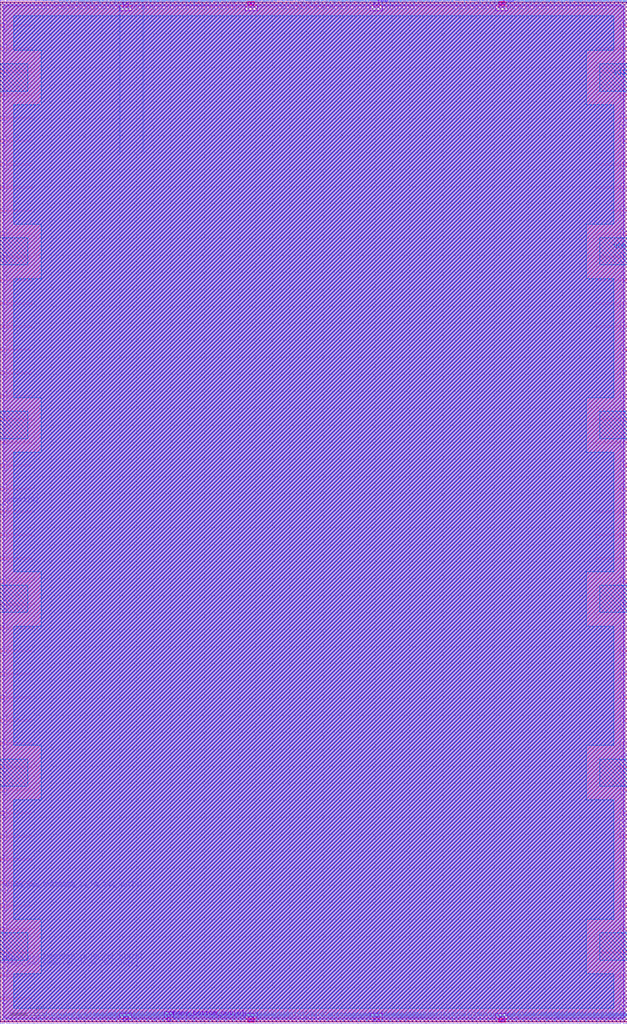
<source format=lef>
VERSION 5.7 ;
BUSBITCHARS "[]" ;

UNITS
  DATABASE MICRONS 1000 ;
END UNITS

MANUFACTURINGGRID 0.005 ;

LAYER li1
  TYPE ROUTING ;
  DIRECTION VERTICAL ;
  PITCH 0.46 ;
  WIDTH 0.17 ;
END li1

LAYER mcon
  TYPE CUT ;
END mcon

LAYER met1
  TYPE ROUTING ;
  DIRECTION HORIZONTAL ;
  PITCH 0.34 ;
  WIDTH 0.14 ;
END met1

LAYER via
  TYPE CUT ;
END via

LAYER met2
  TYPE ROUTING ;
  DIRECTION VERTICAL ;
  PITCH 0.46 ;
  WIDTH 0.14 ;
END met2

LAYER via2
  TYPE CUT ;
END via2

LAYER met3
  TYPE ROUTING ;
  DIRECTION HORIZONTAL ;
  PITCH 0.68 ;
  WIDTH 0.3 ;
END met3

LAYER via3
  TYPE CUT ;
END via3

LAYER met4
  TYPE ROUTING ;
  DIRECTION VERTICAL ;
  PITCH 0.92 ;
  WIDTH 0.3 ;
END met4

LAYER via4
  TYPE CUT ;
END via4

LAYER met5
  TYPE ROUTING ;
  DIRECTION HORIZONTAL ;
  PITCH 3.4 ;
  WIDTH 1.6 ;
END met5

LAYER nwell
  TYPE MASTERSLICE ;
END nwell

LAYER pwell
  TYPE MASTERSLICE ;
END pwell

LAYER OVERLAP
  TYPE OVERLAP ;
END OVERLAP

VIA L1M1_PR
  LAYER li1 ;
    RECT -0.085 -0.085 0.085 0.085 ;
  LAYER mcon ;
    RECT -0.085 -0.085 0.085 0.085 ;
  LAYER met1 ;
    RECT -0.145 -0.115 0.145 0.115 ;
END L1M1_PR

VIA L1M1_PR_R
  LAYER li1 ;
    RECT -0.085 -0.085 0.085 0.085 ;
  LAYER mcon ;
    RECT -0.085 -0.085 0.085 0.085 ;
  LAYER met1 ;
    RECT -0.115 -0.145 0.115 0.145 ;
END L1M1_PR_R

VIA L1M1_PR_M
  LAYER li1 ;
    RECT -0.085 -0.085 0.085 0.085 ;
  LAYER mcon ;
    RECT -0.085 -0.085 0.085 0.085 ;
  LAYER met1 ;
    RECT -0.115 -0.145 0.115 0.145 ;
END L1M1_PR_M

VIA L1M1_PR_MR
  LAYER li1 ;
    RECT -0.085 -0.085 0.085 0.085 ;
  LAYER mcon ;
    RECT -0.085 -0.085 0.085 0.085 ;
  LAYER met1 ;
    RECT -0.145 -0.115 0.145 0.115 ;
END L1M1_PR_MR

VIA L1M1_PR_C
  LAYER li1 ;
    RECT -0.085 -0.085 0.085 0.085 ;
  LAYER mcon ;
    RECT -0.085 -0.085 0.085 0.085 ;
  LAYER met1 ;
    RECT -0.145 -0.145 0.145 0.145 ;
END L1M1_PR_C

VIA M1M2_PR
  LAYER met1 ;
    RECT -0.16 -0.13 0.16 0.13 ;
  LAYER via ;
    RECT -0.075 -0.075 0.075 0.075 ;
  LAYER met2 ;
    RECT -0.13 -0.16 0.13 0.16 ;
END M1M2_PR

VIA M1M2_PR_Enc
  LAYER met1 ;
    RECT -0.16 -0.13 0.16 0.13 ;
  LAYER via ;
    RECT -0.075 -0.075 0.075 0.075 ;
  LAYER met2 ;
    RECT -0.16 -0.13 0.16 0.13 ;
END M1M2_PR_Enc

VIA M1M2_PR_R
  LAYER met1 ;
    RECT -0.13 -0.16 0.13 0.16 ;
  LAYER via ;
    RECT -0.075 -0.075 0.075 0.075 ;
  LAYER met2 ;
    RECT -0.16 -0.13 0.16 0.13 ;
END M1M2_PR_R

VIA M1M2_PR_R_Enc
  LAYER met1 ;
    RECT -0.13 -0.16 0.13 0.16 ;
  LAYER via ;
    RECT -0.075 -0.075 0.075 0.075 ;
  LAYER met2 ;
    RECT -0.13 -0.16 0.13 0.16 ;
END M1M2_PR_R_Enc

VIA M1M2_PR_M
  LAYER met1 ;
    RECT -0.16 -0.13 0.16 0.13 ;
  LAYER via ;
    RECT -0.075 -0.075 0.075 0.075 ;
  LAYER met2 ;
    RECT -0.16 -0.13 0.16 0.13 ;
END M1M2_PR_M

VIA M1M2_PR_M_Enc
  LAYER met1 ;
    RECT -0.16 -0.13 0.16 0.13 ;
  LAYER via ;
    RECT -0.075 -0.075 0.075 0.075 ;
  LAYER met2 ;
    RECT -0.13 -0.16 0.13 0.16 ;
END M1M2_PR_M_Enc

VIA M1M2_PR_MR
  LAYER met1 ;
    RECT -0.13 -0.16 0.13 0.16 ;
  LAYER via ;
    RECT -0.075 -0.075 0.075 0.075 ;
  LAYER met2 ;
    RECT -0.13 -0.16 0.13 0.16 ;
END M1M2_PR_MR

VIA M1M2_PR_MR_Enc
  LAYER met1 ;
    RECT -0.13 -0.16 0.13 0.16 ;
  LAYER via ;
    RECT -0.075 -0.075 0.075 0.075 ;
  LAYER met2 ;
    RECT -0.16 -0.13 0.16 0.13 ;
END M1M2_PR_MR_Enc

VIA M1M2_PR_C
  LAYER met1 ;
    RECT -0.16 -0.16 0.16 0.16 ;
  LAYER via ;
    RECT -0.075 -0.075 0.075 0.075 ;
  LAYER met2 ;
    RECT -0.16 -0.16 0.16 0.16 ;
END M1M2_PR_C

VIA M2M3_PR
  LAYER met2 ;
    RECT -0.14 -0.185 0.14 0.185 ;
  LAYER via2 ;
    RECT -0.1 -0.1 0.1 0.1 ;
  LAYER met3 ;
    RECT -0.165 -0.165 0.165 0.165 ;
END M2M3_PR

VIA M2M3_PR_R
  LAYER met2 ;
    RECT -0.185 -0.14 0.185 0.14 ;
  LAYER via2 ;
    RECT -0.1 -0.1 0.1 0.1 ;
  LAYER met3 ;
    RECT -0.165 -0.165 0.165 0.165 ;
END M2M3_PR_R

VIA M2M3_PR_M
  LAYER met2 ;
    RECT -0.14 -0.185 0.14 0.185 ;
  LAYER via2 ;
    RECT -0.1 -0.1 0.1 0.1 ;
  LAYER met3 ;
    RECT -0.165 -0.165 0.165 0.165 ;
END M2M3_PR_M

VIA M2M3_PR_MR
  LAYER met2 ;
    RECT -0.185 -0.14 0.185 0.14 ;
  LAYER via2 ;
    RECT -0.1 -0.1 0.1 0.1 ;
  LAYER met3 ;
    RECT -0.165 -0.165 0.165 0.165 ;
END M2M3_PR_MR

VIA M2M3_PR_C
  LAYER met2 ;
    RECT -0.185 -0.185 0.185 0.185 ;
  LAYER via2 ;
    RECT -0.1 -0.1 0.1 0.1 ;
  LAYER met3 ;
    RECT -0.165 -0.165 0.165 0.165 ;
END M2M3_PR_C

VIA M3M4_PR
  LAYER met3 ;
    RECT -0.19 -0.16 0.19 0.16 ;
  LAYER via3 ;
    RECT -0.1 -0.1 0.1 0.1 ;
  LAYER met4 ;
    RECT -0.165 -0.165 0.165 0.165 ;
END M3M4_PR

VIA M3M4_PR_R
  LAYER met3 ;
    RECT -0.16 -0.19 0.16 0.19 ;
  LAYER via3 ;
    RECT -0.1 -0.1 0.1 0.1 ;
  LAYER met4 ;
    RECT -0.165 -0.165 0.165 0.165 ;
END M3M4_PR_R

VIA M3M4_PR_M
  LAYER met3 ;
    RECT -0.19 -0.16 0.19 0.16 ;
  LAYER via3 ;
    RECT -0.1 -0.1 0.1 0.1 ;
  LAYER met4 ;
    RECT -0.165 -0.165 0.165 0.165 ;
END M3M4_PR_M

VIA M3M4_PR_MR
  LAYER met3 ;
    RECT -0.16 -0.19 0.16 0.19 ;
  LAYER via3 ;
    RECT -0.1 -0.1 0.1 0.1 ;
  LAYER met4 ;
    RECT -0.165 -0.165 0.165 0.165 ;
END M3M4_PR_MR

VIA M3M4_PR_C
  LAYER met3 ;
    RECT -0.19 -0.19 0.19 0.19 ;
  LAYER via3 ;
    RECT -0.1 -0.1 0.1 0.1 ;
  LAYER met4 ;
    RECT -0.165 -0.165 0.165 0.165 ;
END M3M4_PR_C

VIA M4M5_PR
  LAYER met4 ;
    RECT -0.59 -0.59 0.59 0.59 ;
  LAYER via4 ;
    RECT -0.4 -0.4 0.4 0.4 ;
  LAYER met5 ;
    RECT -0.71 -0.71 0.71 0.71 ;
END M4M5_PR

VIA M4M5_PR_R
  LAYER met4 ;
    RECT -0.59 -0.59 0.59 0.59 ;
  LAYER via4 ;
    RECT -0.4 -0.4 0.4 0.4 ;
  LAYER met5 ;
    RECT -0.71 -0.71 0.71 0.71 ;
END M4M5_PR_R

VIA M4M5_PR_M
  LAYER met4 ;
    RECT -0.59 -0.59 0.59 0.59 ;
  LAYER via4 ;
    RECT -0.4 -0.4 0.4 0.4 ;
  LAYER met5 ;
    RECT -0.71 -0.71 0.71 0.71 ;
END M4M5_PR_M

VIA M4M5_PR_MR
  LAYER met4 ;
    RECT -0.59 -0.59 0.59 0.59 ;
  LAYER via4 ;
    RECT -0.4 -0.4 0.4 0.4 ;
  LAYER met5 ;
    RECT -0.71 -0.71 0.71 0.71 ;
END M4M5_PR_MR

VIA M4M5_PR_C
  LAYER met4 ;
    RECT -0.59 -0.59 0.59 0.59 ;
  LAYER via4 ;
    RECT -0.4 -0.4 0.4 0.4 ;
  LAYER met5 ;
    RECT -0.71 -0.71 0.71 0.71 ;
END M4M5_PR_C

SITE unit
  CLASS CORE ;
  SYMMETRY Y ;
  SIZE 0.46 BY 2.72 ;
END unit

SITE unithddbl
  CLASS CORE ;
  SIZE 0.46 BY 5.44 ;
END unithddbl

MACRO cby_0__1_
  CLASS BLOCK ;
  ORIGIN 0 0 ;
  SIZE 73.6 BY 119.68 ;
  SYMMETRY X Y ;
  PIN pReset[0]
    DIRECTION INPUT ;
    USE SIGNAL ;
    PORT
      LAYER met1 ;
        RECT 0 60.62 0.595 60.76 ;
    END
  END pReset[0]
  PIN chany_bottom_in[0]
    DIRECTION INPUT ;
    USE SIGNAL ;
    PORT
      LAYER met2 ;
        RECT 15.34 0 15.48 0.485 ;
    END
  END chany_bottom_in[0]
  PIN chany_bottom_in[1]
    DIRECTION INPUT ;
    USE SIGNAL ;
    PORT
      LAYER met2 ;
        RECT 62.26 0 62.4 0.485 ;
    END
  END chany_bottom_in[1]
  PIN chany_bottom_in[2]
    DIRECTION INPUT ;
    USE SIGNAL ;
    PORT
      LAYER met2 ;
        RECT 16.26 0 16.4 0.485 ;
    END
  END chany_bottom_in[2]
  PIN chany_bottom_in[3]
    DIRECTION INPUT ;
    USE SIGNAL ;
    PORT
      LAYER met2 ;
        RECT 7.06 0 7.2 0.485 ;
    END
  END chany_bottom_in[3]
  PIN chany_bottom_in[4]
    DIRECTION INPUT ;
    USE SIGNAL ;
    PORT
      LAYER met2 ;
        RECT 46.62 0 46.76 0.485 ;
    END
  END chany_bottom_in[4]
  PIN chany_bottom_in[5]
    DIRECTION INPUT ;
    USE SIGNAL ;
    PORT
      LAYER met2 ;
        RECT 23.62 0 23.76 0.485 ;
    END
  END chany_bottom_in[5]
  PIN chany_bottom_in[6]
    DIRECTION INPUT ;
    USE SIGNAL ;
    PORT
      LAYER met2 ;
        RECT 8.9 0 9.04 0.485 ;
    END
  END chany_bottom_in[6]
  PIN chany_bottom_in[7]
    DIRECTION INPUT ;
    USE SIGNAL ;
    PORT
      LAYER met2 ;
        RECT 37.42 0 37.56 0.485 ;
    END
  END chany_bottom_in[7]
  PIN chany_bottom_in[8]
    DIRECTION INPUT ;
    USE SIGNAL ;
    PORT
      LAYER met2 ;
        RECT 63.18 0 63.32 0.485 ;
    END
  END chany_bottom_in[8]
  PIN chany_bottom_in[9]
    DIRECTION INPUT ;
    USE SIGNAL ;
    PORT
      LAYER met2 ;
        RECT 17.18 0 17.32 0.485 ;
    END
  END chany_bottom_in[9]
  PIN chany_bottom_in[10]
    DIRECTION INPUT ;
    USE SIGNAL ;
    PORT
      LAYER met2 ;
        RECT 45.7 0 45.84 0.485 ;
    END
  END chany_bottom_in[10]
  PIN chany_bottom_in[11]
    DIRECTION INPUT ;
    USE SIGNAL ;
    PORT
      LAYER met2 ;
        RECT 22.7 0 22.84 0.485 ;
    END
  END chany_bottom_in[11]
  PIN chany_bottom_in[12]
    DIRECTION INPUT ;
    USE SIGNAL ;
    PORT
      LAYER met2 ;
        RECT 26.38 0 26.52 0.485 ;
    END
  END chany_bottom_in[12]
  PIN chany_bottom_in[13]
    DIRECTION INPUT ;
    USE SIGNAL ;
    PORT
      LAYER met2 ;
        RECT 18.1 0 18.24 0.485 ;
    END
  END chany_bottom_in[13]
  PIN chany_bottom_in[14]
    DIRECTION INPUT ;
    USE SIGNAL ;
    PORT
      LAYER met2 ;
        RECT 67.78 0 67.92 0.485 ;
    END
  END chany_bottom_in[14]
  PIN chany_bottom_in[15]
    DIRECTION INPUT ;
    USE SIGNAL ;
    PORT
      LAYER met2 ;
        RECT 38.34 0 38.48 0.485 ;
    END
  END chany_bottom_in[15]
  PIN chany_bottom_in[16]
    DIRECTION INPUT ;
    USE SIGNAL ;
    PORT
      LAYER met2 ;
        RECT 44.78 0 44.92 0.485 ;
    END
  END chany_bottom_in[16]
  PIN chany_bottom_in[17]
    DIRECTION INPUT ;
    USE SIGNAL ;
    PORT
      LAYER met2 ;
        RECT 21.78 0 21.92 0.485 ;
    END
  END chany_bottom_in[17]
  PIN chany_bottom_in[18]
    DIRECTION INPUT ;
    USE SIGNAL ;
    PORT
      LAYER met2 ;
        RECT 4.76 0 4.9 0.485 ;
    END
  END chany_bottom_in[18]
  PIN chany_bottom_in[19]
    DIRECTION INPUT ;
    USE SIGNAL ;
    PORT
      LAYER met2 ;
        RECT 39.26 0 39.4 0.485 ;
    END
  END chany_bottom_in[19]
  PIN chany_bottom_in[20]
    DIRECTION INPUT ;
    USE SIGNAL ;
    PORT
      LAYER met2 ;
        RECT 43.86 0 44 0.485 ;
    END
  END chany_bottom_in[20]
  PIN chany_bottom_in[21]
    DIRECTION INPUT ;
    USE SIGNAL ;
    PORT
      LAYER met2 ;
        RECT 19.02 0 19.16 0.485 ;
    END
  END chany_bottom_in[21]
  PIN chany_bottom_in[22]
    DIRECTION INPUT ;
    USE SIGNAL ;
    PORT
      LAYER met2 ;
        RECT 6.14 0 6.28 0.485 ;
    END
  END chany_bottom_in[22]
  PIN chany_bottom_in[23]
    DIRECTION INPUT ;
    USE SIGNAL ;
    PORT
      LAYER met2 ;
        RECT 40.18 0 40.32 0.485 ;
    END
  END chany_bottom_in[23]
  PIN chany_bottom_in[24]
    DIRECTION INPUT ;
    USE SIGNAL ;
    PORT
      LAYER met2 ;
        RECT 28.22 0 28.36 0.485 ;
    END
  END chany_bottom_in[24]
  PIN chany_bottom_in[25]
    DIRECTION INPUT ;
    USE SIGNAL ;
    PORT
      LAYER met2 ;
        RECT 42.94 0 43.08 0.485 ;
    END
  END chany_bottom_in[25]
  PIN chany_bottom_in[26]
    DIRECTION INPUT ;
    USE SIGNAL ;
    PORT
      LAYER met2 ;
        RECT 41.1 0 41.24 0.485 ;
    END
  END chany_bottom_in[26]
  PIN chany_bottom_in[27]
    DIRECTION INPUT ;
    USE SIGNAL ;
    PORT
      LAYER met2 ;
        RECT 20.86 0 21 0.485 ;
    END
  END chany_bottom_in[27]
  PIN chany_bottom_in[28]
    DIRECTION INPUT ;
    USE SIGNAL ;
    PORT
      LAYER met2 ;
        RECT 19.94 0 20.08 0.485 ;
    END
  END chany_bottom_in[28]
  PIN chany_bottom_in[29]
    DIRECTION INPUT ;
    USE SIGNAL ;
    PORT
      LAYER met2 ;
        RECT 42.02 0 42.16 0.485 ;
    END
  END chany_bottom_in[29]
  PIN chany_top_in[0]
    DIRECTION INPUT ;
    USE SIGNAL ;
    PORT
      LAYER met2 ;
        RECT 11.66 119.195 11.8 119.68 ;
    END
  END chany_top_in[0]
  PIN chany_top_in[1]
    DIRECTION INPUT ;
    USE SIGNAL ;
    PORT
      LAYER met2 ;
        RECT 64.1 119.195 64.24 119.68 ;
    END
  END chany_top_in[1]
  PIN chany_top_in[2]
    DIRECTION INPUT ;
    USE SIGNAL ;
    PORT
      LAYER met2 ;
        RECT 43.86 119.195 44 119.68 ;
    END
  END chany_top_in[2]
  PIN chany_top_in[3]
    DIRECTION INPUT ;
    USE SIGNAL ;
    PORT
      LAYER met2 ;
        RECT 5.68 119.195 5.82 119.68 ;
    END
  END chany_top_in[3]
  PIN chany_top_in[4]
    DIRECTION INPUT ;
    USE SIGNAL ;
    PORT
      LAYER met2 ;
        RECT 26.38 119.195 26.52 119.68 ;
    END
  END chany_top_in[4]
  PIN chany_top_in[5]
    DIRECTION INPUT ;
    USE SIGNAL ;
    PORT
      LAYER met2 ;
        RECT 40.18 119.195 40.32 119.68 ;
    END
  END chany_top_in[5]
  PIN chany_top_in[6]
    DIRECTION INPUT ;
    USE SIGNAL ;
    PORT
      LAYER met2 ;
        RECT 10.74 119.195 10.88 119.68 ;
    END
  END chany_top_in[6]
  PIN chany_top_in[7]
    DIRECTION INPUT ;
    USE SIGNAL ;
    PORT
      LAYER met2 ;
        RECT 14.42 119.195 14.56 119.68 ;
    END
  END chany_top_in[7]
  PIN chany_top_in[8]
    DIRECTION INPUT ;
    USE SIGNAL ;
    PORT
      LAYER met2 ;
        RECT 25.46 119.195 25.6 119.68 ;
    END
  END chany_top_in[8]
  PIN chany_top_in[9]
    DIRECTION INPUT ;
    USE SIGNAL ;
    PORT
      LAYER met2 ;
        RECT 62.26 119.195 62.4 119.68 ;
    END
  END chany_top_in[9]
  PIN chany_top_in[10]
    DIRECTION INPUT ;
    USE SIGNAL ;
    PORT
      LAYER met2 ;
        RECT 42.94 119.195 43.08 119.68 ;
    END
  END chany_top_in[10]
  PIN chany_top_in[11]
    DIRECTION INPUT ;
    USE SIGNAL ;
    PORT
      LAYER met2 ;
        RECT 41.1 119.195 41.24 119.68 ;
    END
  END chany_top_in[11]
  PIN chany_top_in[12]
    DIRECTION INPUT ;
    USE SIGNAL ;
    PORT
      LAYER met2 ;
        RECT 27.3 119.195 27.44 119.68 ;
    END
  END chany_top_in[12]
  PIN chany_top_in[13]
    DIRECTION INPUT ;
    USE SIGNAL ;
    PORT
      LAYER met2 ;
        RECT 15.34 119.195 15.48 119.68 ;
    END
  END chany_top_in[13]
  PIN chany_top_in[14]
    DIRECTION INPUT ;
    USE SIGNAL ;
    PORT
      LAYER met2 ;
        RECT 69.62 119.195 69.76 119.68 ;
    END
  END chany_top_in[14]
  PIN chany_top_in[15]
    DIRECTION INPUT ;
    USE SIGNAL ;
    PORT
      LAYER met2 ;
        RECT 24.54 119.195 24.68 119.68 ;
    END
  END chany_top_in[15]
  PIN chany_top_in[16]
    DIRECTION INPUT ;
    USE SIGNAL ;
    PORT
      LAYER met2 ;
        RECT 4.76 119.195 4.9 119.68 ;
    END
  END chany_top_in[16]
  PIN chany_top_in[17]
    DIRECTION INPUT ;
    USE SIGNAL ;
    PORT
      LAYER met2 ;
        RECT 16.26 119.195 16.4 119.68 ;
    END
  END chany_top_in[17]
  PIN chany_top_in[18]
    DIRECTION INPUT ;
    USE SIGNAL ;
    PORT
      LAYER met2 ;
        RECT 12.58 119.195 12.72 119.68 ;
    END
  END chany_top_in[18]
  PIN chany_top_in[19]
    DIRECTION INPUT ;
    USE SIGNAL ;
    PORT
      LAYER met2 ;
        RECT 23.62 119.195 23.76 119.68 ;
    END
  END chany_top_in[19]
  PIN chany_top_in[20]
    DIRECTION INPUT ;
    USE SIGNAL ;
    PORT
      LAYER met2 ;
        RECT 17.18 119.195 17.32 119.68 ;
    END
  END chany_top_in[20]
  PIN chany_top_in[21]
    DIRECTION INPUT ;
    USE SIGNAL ;
    PORT
      LAYER met2 ;
        RECT 22.7 119.195 22.84 119.68 ;
    END
  END chany_top_in[21]
  PIN chany_top_in[22]
    DIRECTION INPUT ;
    USE SIGNAL ;
    PORT
      LAYER met2 ;
        RECT 45.7 119.195 45.84 119.68 ;
    END
  END chany_top_in[22]
  PIN chany_top_in[23]
    DIRECTION INPUT ;
    USE SIGNAL ;
    PORT
      LAYER met2 ;
        RECT 18.1 119.195 18.24 119.68 ;
    END
  END chany_top_in[23]
  PIN chany_top_in[24]
    DIRECTION INPUT ;
    USE SIGNAL ;
    PORT
      LAYER met2 ;
        RECT 38.34 119.195 38.48 119.68 ;
    END
  END chany_top_in[24]
  PIN chany_top_in[25]
    DIRECTION INPUT ;
    USE SIGNAL ;
    PORT
      LAYER met2 ;
        RECT 21.78 119.195 21.92 119.68 ;
    END
  END chany_top_in[25]
  PIN chany_top_in[26]
    DIRECTION INPUT ;
    USE SIGNAL ;
    PORT
      LAYER met2 ;
        RECT 63.18 119.195 63.32 119.68 ;
    END
  END chany_top_in[26]
  PIN chany_top_in[27]
    DIRECTION INPUT ;
    USE SIGNAL ;
    PORT
      LAYER met2 ;
        RECT 19.02 119.195 19.16 119.68 ;
    END
  END chany_top_in[27]
  PIN chany_top_in[28]
    DIRECTION INPUT ;
    USE SIGNAL ;
    PORT
      LAYER met2 ;
        RECT 20.86 119.195 21 119.68 ;
    END
  END chany_top_in[28]
  PIN chany_top_in[29]
    DIRECTION INPUT ;
    USE SIGNAL ;
    PORT
      LAYER met2 ;
        RECT 19.94 119.195 20.08 119.68 ;
    END
  END chany_top_in[29]
  PIN ccff_head[0]
    DIRECTION INPUT ;
    USE SIGNAL ;
    PORT
      LAYER met2 ;
        RECT 13.5 119.195 13.64 119.68 ;
    END
  END ccff_head[0]
  PIN chany_bottom_out[0]
    DIRECTION OUTPUT ;
    USE SIGNAL ;
    PORT
      LAYER met4 ;
        RECT 19.63 0 19.93 0.8 ;
    END
  END chany_bottom_out[0]
  PIN chany_bottom_out[1]
    DIRECTION OUTPUT ;
    USE SIGNAL ;
    PORT
      LAYER met2 ;
        RECT 68.7 0 68.84 0.485 ;
    END
  END chany_bottom_out[1]
  PIN chany_bottom_out[2]
    DIRECTION OUTPUT ;
    USE SIGNAL ;
    PORT
      LAYER met2 ;
        RECT 55.36 0 55.5 0.485 ;
    END
  END chany_bottom_out[2]
  PIN chany_bottom_out[3]
    DIRECTION OUTPUT ;
    USE SIGNAL ;
    PORT
      LAYER met2 ;
        RECT 10.74 0 10.88 0.485 ;
    END
  END chany_bottom_out[3]
  PIN chany_bottom_out[4]
    DIRECTION OUTPUT ;
    USE SIGNAL ;
    PORT
      LAYER met2 ;
        RECT 7.98 0 8.12 0.485 ;
    END
  END chany_bottom_out[4]
  PIN chany_bottom_out[5]
    DIRECTION OUTPUT ;
    USE SIGNAL ;
    PORT
      LAYER met2 ;
        RECT 59.5 0 59.64 0.485 ;
    END
  END chany_bottom_out[5]
  PIN chany_bottom_out[6]
    DIRECTION OUTPUT ;
    USE SIGNAL ;
    PORT
      LAYER met2 ;
        RECT 11.66 0 11.8 0.485 ;
    END
  END chany_bottom_out[6]
  PIN chany_bottom_out[7]
    DIRECTION OUTPUT ;
    USE SIGNAL ;
    PORT
      LAYER met2 ;
        RECT 13.5 0 13.64 0.485 ;
    END
  END chany_bottom_out[7]
  PIN chany_bottom_out[8]
    DIRECTION OUTPUT ;
    USE SIGNAL ;
    PORT
      LAYER met2 ;
        RECT 25.46 0 25.6 0.485 ;
    END
  END chany_bottom_out[8]
  PIN chany_bottom_out[9]
    DIRECTION OUTPUT ;
    USE SIGNAL ;
    PORT
      LAYER met2 ;
        RECT 24.54 0 24.68 0.485 ;
    END
  END chany_bottom_out[9]
  PIN chany_bottom_out[10]
    DIRECTION OUTPUT ;
    USE SIGNAL ;
    PORT
      LAYER met2 ;
        RECT 36.5 0 36.64 0.485 ;
    END
  END chany_bottom_out[10]
  PIN chany_bottom_out[11]
    DIRECTION OUTPUT ;
    USE SIGNAL ;
    PORT
      LAYER met2 ;
        RECT 61.34 0 61.48 0.485 ;
    END
  END chany_bottom_out[11]
  PIN chany_bottom_out[12]
    DIRECTION OUTPUT ;
    USE SIGNAL ;
    PORT
      LAYER met2 ;
        RECT 53.06 0 53.2 0.485 ;
    END
  END chany_bottom_out[12]
  PIN chany_bottom_out[13]
    DIRECTION OUTPUT ;
    USE SIGNAL ;
    PORT
      LAYER met2 ;
        RECT 66.86 0 67 0.485 ;
    END
  END chany_bottom_out[13]
  PIN chany_bottom_out[14]
    DIRECTION OUTPUT ;
    USE SIGNAL ;
    PORT
      LAYER met2 ;
        RECT 70.08 0 70.22 0.485 ;
    END
  END chany_bottom_out[14]
  PIN chany_bottom_out[15]
    DIRECTION OUTPUT ;
    USE SIGNAL ;
    PORT
      LAYER met2 ;
        RECT 57.2 0 57.34 0.485 ;
    END
  END chany_bottom_out[15]
  PIN chany_bottom_out[16]
    DIRECTION OUTPUT ;
    USE SIGNAL ;
    PORT
      LAYER met2 ;
        RECT 60.42 0 60.56 0.485 ;
    END
  END chany_bottom_out[16]
  PIN chany_bottom_out[17]
    DIRECTION OUTPUT ;
    USE SIGNAL ;
    PORT
      LAYER met2 ;
        RECT 27.3 0 27.44 0.485 ;
    END
  END chany_bottom_out[17]
  PIN chany_bottom_out[18]
    DIRECTION OUTPUT ;
    USE SIGNAL ;
    PORT
      LAYER met2 ;
        RECT 35.58 0 35.72 0.485 ;
    END
  END chany_bottom_out[18]
  PIN chany_bottom_out[19]
    DIRECTION OUTPUT ;
    USE SIGNAL ;
    PORT
      LAYER met2 ;
        RECT 65.02 0 65.16 0.485 ;
    END
  END chany_bottom_out[19]
  PIN chany_bottom_out[20]
    DIRECTION OUTPUT ;
    USE SIGNAL ;
    PORT
      LAYER met2 ;
        RECT 65.94 0 66.08 0.485 ;
    END
  END chany_bottom_out[20]
  PIN chany_bottom_out[21]
    DIRECTION OUTPUT ;
    USE SIGNAL ;
    PORT
      LAYER met2 ;
        RECT 58.12 0 58.26 0.485 ;
    END
  END chany_bottom_out[21]
  PIN chany_bottom_out[22]
    DIRECTION OUTPUT ;
    USE SIGNAL ;
    PORT
      LAYER met2 ;
        RECT 12.58 0 12.72 0.485 ;
    END
  END chany_bottom_out[22]
  PIN chany_bottom_out[23]
    DIRECTION OUTPUT ;
    USE SIGNAL ;
    PORT
      LAYER met2 ;
        RECT 14.42 0 14.56 0.485 ;
    END
  END chany_bottom_out[23]
  PIN chany_bottom_out[24]
    DIRECTION OUTPUT ;
    USE SIGNAL ;
    PORT
      LAYER met2 ;
        RECT 30.06 0 30.2 0.485 ;
    END
  END chany_bottom_out[24]
  PIN chany_bottom_out[25]
    DIRECTION OUTPUT ;
    USE SIGNAL ;
    PORT
      LAYER met2 ;
        RECT 9.82 0 9.96 0.485 ;
    END
  END chany_bottom_out[25]
  PIN chany_bottom_out[26]
    DIRECTION OUTPUT ;
    USE SIGNAL ;
    PORT
      LAYER met2 ;
        RECT 64.1 0 64.24 0.485 ;
    END
  END chany_bottom_out[26]
  PIN chany_bottom_out[27]
    DIRECTION OUTPUT ;
    USE SIGNAL ;
    PORT
      LAYER met2 ;
        RECT 56.28 0 56.42 0.485 ;
    END
  END chany_bottom_out[27]
  PIN chany_bottom_out[28]
    DIRECTION OUTPUT ;
    USE SIGNAL ;
    PORT
      LAYER met2 ;
        RECT 71 0 71.14 0.485 ;
    END
  END chany_bottom_out[28]
  PIN chany_bottom_out[29]
    DIRECTION OUTPUT ;
    USE SIGNAL ;
    PORT
      LAYER met2 ;
        RECT 47.54 0 47.68 0.485 ;
    END
  END chany_bottom_out[29]
  PIN chany_top_out[0]
    DIRECTION OUTPUT ;
    USE SIGNAL ;
    PORT
      LAYER met2 ;
        RECT 32.82 119.195 32.96 119.68 ;
    END
  END chany_top_out[0]
  PIN chany_top_out[1]
    DIRECTION OUTPUT ;
    USE SIGNAL ;
    PORT
      LAYER met2 ;
        RECT 59.5 119.195 59.64 119.68 ;
    END
  END chany_top_out[1]
  PIN chany_top_out[2]
    DIRECTION OUTPUT ;
    USE SIGNAL ;
    PORT
      LAYER met2 ;
        RECT 65.94 119.195 66.08 119.68 ;
    END
  END chany_top_out[2]
  PIN chany_top_out[3]
    DIRECTION OUTPUT ;
    USE SIGNAL ;
    PORT
      LAYER met2 ;
        RECT 35.58 119.195 35.72 119.68 ;
    END
  END chany_top_out[3]
  PIN chany_top_out[4]
    DIRECTION OUTPUT ;
    USE SIGNAL ;
    PORT
      LAYER met2 ;
        RECT 39.26 119.195 39.4 119.68 ;
    END
  END chany_top_out[4]
  PIN chany_top_out[5]
    DIRECTION OUTPUT ;
    USE SIGNAL ;
    PORT
      LAYER met2 ;
        RECT 66.86 119.195 67 119.68 ;
    END
  END chany_top_out[5]
  PIN chany_top_out[6]
    DIRECTION OUTPUT ;
    USE SIGNAL ;
    PORT
      LAYER met2 ;
        RECT 33.74 119.195 33.88 119.68 ;
    END
  END chany_top_out[6]
  PIN chany_top_out[7]
    DIRECTION OUTPUT ;
    USE SIGNAL ;
    PORT
      LAYER met2 ;
        RECT 54.44 119.195 54.58 119.68 ;
    END
  END chany_top_out[7]
  PIN chany_top_out[8]
    DIRECTION OUTPUT ;
    USE SIGNAL ;
    PORT
      LAYER met2 ;
        RECT 47.54 119.195 47.68 119.68 ;
    END
  END chany_top_out[8]
  PIN chany_top_out[9]
    DIRECTION OUTPUT ;
    USE SIGNAL ;
    PORT
      LAYER met2 ;
        RECT 61.34 119.195 61.48 119.68 ;
    END
  END chany_top_out[9]
  PIN chany_top_out[10]
    DIRECTION OUTPUT ;
    USE SIGNAL ;
    PORT
      LAYER met2 ;
        RECT 9.82 119.195 9.96 119.68 ;
    END
  END chany_top_out[10]
  PIN chany_top_out[11]
    DIRECTION OUTPUT ;
    USE SIGNAL ;
    PORT
      LAYER met2 ;
        RECT 7.98 119.195 8.12 119.68 ;
    END
  END chany_top_out[11]
  PIN chany_top_out[12]
    DIRECTION OUTPUT ;
    USE SIGNAL ;
    PORT
      LAYER met2 ;
        RECT 48.46 119.195 48.6 119.68 ;
    END
  END chany_top_out[12]
  PIN chany_top_out[13]
    DIRECTION OUTPUT ;
    USE SIGNAL ;
    PORT
      LAYER met2 ;
        RECT 58.12 119.195 58.26 119.68 ;
    END
  END chany_top_out[13]
  PIN chany_top_out[14]
    DIRECTION OUTPUT ;
    USE SIGNAL ;
    PORT
      LAYER met2 ;
        RECT 60.42 119.195 60.56 119.68 ;
    END
  END chany_top_out[14]
  PIN chany_top_out[15]
    DIRECTION OUTPUT ;
    USE SIGNAL ;
    PORT
      LAYER met2 ;
        RECT 68.7 119.195 68.84 119.68 ;
    END
  END chany_top_out[15]
  PIN chany_top_out[16]
    DIRECTION OUTPUT ;
    USE SIGNAL ;
    PORT
      LAYER met2 ;
        RECT 71 119.195 71.14 119.68 ;
    END
  END chany_top_out[16]
  PIN chany_top_out[17]
    DIRECTION OUTPUT ;
    USE SIGNAL ;
    PORT
      LAYER met2 ;
        RECT 3.84 119.195 3.98 119.68 ;
    END
  END chany_top_out[17]
  PIN chany_top_out[18]
    DIRECTION OUTPUT ;
    USE SIGNAL ;
    PORT
      LAYER met2 ;
        RECT 34.66 119.195 34.8 119.68 ;
    END
  END chany_top_out[18]
  PIN chany_top_out[19]
    DIRECTION OUTPUT ;
    USE SIGNAL ;
    PORT
      LAYER met2 ;
        RECT 44.78 119.195 44.92 119.68 ;
    END
  END chany_top_out[19]
  PIN chany_top_out[20]
    DIRECTION OUTPUT ;
    USE SIGNAL ;
    PORT
      LAYER met2 ;
        RECT 55.36 119.195 55.5 119.68 ;
    END
  END chany_top_out[20]
  PIN chany_top_out[21]
    DIRECTION OUTPUT ;
    USE SIGNAL ;
    PORT
      LAYER met2 ;
        RECT 67.78 119.195 67.92 119.68 ;
    END
  END chany_top_out[21]
  PIN chany_top_out[22]
    DIRECTION OUTPUT ;
    USE SIGNAL ;
    PORT
      LAYER met2 ;
        RECT 56.28 119.195 56.42 119.68 ;
    END
  END chany_top_out[22]
  PIN chany_top_out[23]
    DIRECTION OUTPUT ;
    USE SIGNAL ;
    PORT
      LAYER met2 ;
        RECT 37.42 119.195 37.56 119.68 ;
    END
  END chany_top_out[23]
  PIN chany_top_out[24]
    DIRECTION OUTPUT ;
    USE SIGNAL ;
    PORT
      LAYER met2 ;
        RECT 8.9 119.195 9.04 119.68 ;
    END
  END chany_top_out[24]
  PIN chany_top_out[25]
    DIRECTION OUTPUT ;
    USE SIGNAL ;
    PORT
      LAYER met2 ;
        RECT 57.2 119.195 57.34 119.68 ;
    END
  END chany_top_out[25]
  PIN chany_top_out[26]
    DIRECTION OUTPUT ;
    USE SIGNAL ;
    PORT
      LAYER met2 ;
        RECT 36.5 119.195 36.64 119.68 ;
    END
  END chany_top_out[26]
  PIN chany_top_out[27]
    DIRECTION OUTPUT ;
    USE SIGNAL ;
    PORT
      LAYER met2 ;
        RECT 46.62 119.195 46.76 119.68 ;
    END
  END chany_top_out[27]
  PIN chany_top_out[28]
    DIRECTION OUTPUT ;
    USE SIGNAL ;
    PORT
      LAYER met2 ;
        RECT 53.52 119.195 53.66 119.68 ;
    END
  END chany_top_out[28]
  PIN chany_top_out[29]
    DIRECTION OUTPUT ;
    USE SIGNAL ;
    PORT
      LAYER met2 ;
        RECT 65.02 119.195 65.16 119.68 ;
    END
  END chany_top_out[29]
  PIN left_grid_pin_0_[0]
    DIRECTION OUTPUT ;
    USE SIGNAL ;
    PORT
      LAYER met1 ;
        RECT 73.005 22.88 73.6 23.02 ;
    END
  END left_grid_pin_0_[0]
  PIN ccff_tail[0]
    DIRECTION OUTPUT ;
    USE SIGNAL ;
    PORT
      LAYER met1 ;
        RECT 73.005 105.16 73.6 105.3 ;
    END
  END ccff_tail[0]
  PIN IO_ISOL_N[0]
    DIRECTION INPUT ;
    USE SIGNAL ;
    PORT
      LAYER met1 ;
        RECT 73.005 1.8 73.6 1.94 ;
    END
  END IO_ISOL_N[0]
  PIN gfpga_pad_EMBEDDED_IO_HD_SOC_IN[0]
    DIRECTION INPUT ;
    USE SIGNAL ;
    PORT
      LAYER met1 ;
        RECT 0 6.22 0.595 6.36 ;
    END
  END gfpga_pad_EMBEDDED_IO_HD_SOC_IN[0]
  PIN gfpga_pad_EMBEDDED_IO_HD_SOC_OUT[0]
    DIRECTION OUTPUT ;
    USE SIGNAL ;
    PORT
      LAYER met1 ;
        RECT 0 15.4 0.595 15.54 ;
    END
  END gfpga_pad_EMBEDDED_IO_HD_SOC_OUT[0]
  PIN gfpga_pad_EMBEDDED_IO_HD_SOC_DIR[0]
    DIRECTION OUTPUT ;
    USE SIGNAL ;
    PORT
      LAYER met1 ;
        RECT 0 6.9 0.595 7.04 ;
    END
  END gfpga_pad_EMBEDDED_IO_HD_SOC_DIR[0]
  PIN right_width_0_height_0__pin_0_[0]
    DIRECTION INPUT ;
    USE SIGNAL ;
    PORT
      LAYER met1 ;
        RECT 73.005 23.56 73.6 23.7 ;
    END
  END right_width_0_height_0__pin_0_[0]
  PIN right_width_0_height_0__pin_1_upper[0]
    DIRECTION OUTPUT ;
    USE SIGNAL ;
    PORT
      LAYER met2 ;
        RECT 7.06 119.195 7.2 119.68 ;
    END
  END right_width_0_height_0__pin_1_upper[0]
  PIN right_width_0_height_0__pin_1_lower[0]
    DIRECTION OUTPUT ;
    USE SIGNAL ;
    PORT
      LAYER met2 ;
        RECT 3.84 0 3.98 0.485 ;
    END
  END right_width_0_height_0__pin_1_lower[0]
  PIN pReset_N_in
    DIRECTION INPUT ;
    USE SIGNAL ;
    PORT
      LAYER met2 ;
        RECT 42.02 119.195 42.16 119.68 ;
    END
  END pReset_N_in
  PIN prog_clk_0_E_in
    DIRECTION INPUT ;
    USE CLOCK ;
    PORT
      LAYER met1 ;
        RECT 73.005 30.7 73.6 30.84 ;
    END
  END prog_clk_0_E_in
  PIN VDD
    DIRECTION INPUT ;
    USE POWER ;
    PORT
      LAYER met5 ;
        RECT 0 7.24 3.2 10.44 ;
        RECT 70.4 7.24 73.6 10.44 ;
        RECT 0 48.04 3.2 51.24 ;
        RECT 70.4 48.04 73.6 51.24 ;
        RECT 0 88.84 3.2 92.04 ;
        RECT 70.4 88.84 73.6 92.04 ;
      LAYER met4 ;
        RECT 14.42 0 15.02 0.6 ;
        RECT 43.86 0 44.46 0.6 ;
        RECT 14.42 119.08 15.02 119.68 ;
        RECT 43.86 119.08 44.46 119.68 ;
      LAYER met1 ;
        RECT 0 2.48 0.48 2.96 ;
        RECT 73.12 2.48 73.6 2.96 ;
        RECT 0 7.92 0.48 8.4 ;
        RECT 73.12 7.92 73.6 8.4 ;
        RECT 0 13.36 0.48 13.84 ;
        RECT 73.12 13.36 73.6 13.84 ;
        RECT 0 18.8 0.48 19.28 ;
        RECT 73.12 18.8 73.6 19.28 ;
        RECT 0 24.24 0.48 24.72 ;
        RECT 73.12 24.24 73.6 24.72 ;
        RECT 0 29.68 0.48 30.16 ;
        RECT 73.12 29.68 73.6 30.16 ;
        RECT 0 35.12 0.48 35.6 ;
        RECT 73.12 35.12 73.6 35.6 ;
        RECT 0 40.56 0.48 41.04 ;
        RECT 73.12 40.56 73.6 41.04 ;
        RECT 0 46 0.48 46.48 ;
        RECT 73.12 46 73.6 46.48 ;
        RECT 0 51.44 0.48 51.92 ;
        RECT 73.12 51.44 73.6 51.92 ;
        RECT 0 56.88 0.48 57.36 ;
        RECT 73.12 56.88 73.6 57.36 ;
        RECT 0 62.32 0.48 62.8 ;
        RECT 73.12 62.32 73.6 62.8 ;
        RECT 0 67.76 0.48 68.24 ;
        RECT 73.12 67.76 73.6 68.24 ;
        RECT 0 73.2 0.48 73.68 ;
        RECT 73.12 73.2 73.6 73.68 ;
        RECT 0 78.64 0.48 79.12 ;
        RECT 73.12 78.64 73.6 79.12 ;
        RECT 0 84.08 0.48 84.56 ;
        RECT 73.12 84.08 73.6 84.56 ;
        RECT 0 89.52 0.48 90 ;
        RECT 73.12 89.52 73.6 90 ;
        RECT 0 94.96 0.48 95.44 ;
        RECT 73.12 94.96 73.6 95.44 ;
        RECT 0 100.4 0.48 100.88 ;
        RECT 73.12 100.4 73.6 100.88 ;
        RECT 0 105.84 0.48 106.32 ;
        RECT 73.12 105.84 73.6 106.32 ;
        RECT 0 111.28 0.48 111.76 ;
        RECT 73.12 111.28 73.6 111.76 ;
        RECT 0 116.72 0.48 117.2 ;
        RECT 73.12 116.72 73.6 117.2 ;
    END
  END VDD
  PIN VSS
    DIRECTION INPUT ;
    USE GROUND ;
    PORT
      LAYER met5 ;
        RECT 0 27.64 3.2 30.84 ;
        RECT 70.4 27.64 73.6 30.84 ;
        RECT 0 68.44 3.2 71.64 ;
        RECT 70.4 68.44 73.6 71.64 ;
        RECT 0 109.24 3.2 112.44 ;
        RECT 70.4 109.24 73.6 112.44 ;
      LAYER met4 ;
        RECT 29.14 0 29.74 0.6 ;
        RECT 58.58 0 59.18 0.6 ;
        RECT 29.14 119.08 29.74 119.68 ;
        RECT 58.58 119.08 59.18 119.68 ;
      LAYER met1 ;
        RECT 0 -0.24 0.48 0.24 ;
        RECT 73.12 -0.24 73.6 0.24 ;
        RECT 0 5.2 0.48 5.68 ;
        RECT 73.12 5.2 73.6 5.68 ;
        RECT 0 10.64 0.48 11.12 ;
        RECT 73.12 10.64 73.6 11.12 ;
        RECT 0 16.08 0.48 16.56 ;
        RECT 73.12 16.08 73.6 16.56 ;
        RECT 0 21.52 0.48 22 ;
        RECT 73.12 21.52 73.6 22 ;
        RECT 0 26.96 0.48 27.44 ;
        RECT 73.12 26.96 73.6 27.44 ;
        RECT 0 32.4 0.48 32.88 ;
        RECT 73.12 32.4 73.6 32.88 ;
        RECT 0 37.84 0.48 38.32 ;
        RECT 73.12 37.84 73.6 38.32 ;
        RECT 0 43.28 0.48 43.76 ;
        RECT 73.12 43.28 73.6 43.76 ;
        RECT 0 48.72 0.48 49.2 ;
        RECT 73.12 48.72 73.6 49.2 ;
        RECT 0 54.16 0.48 54.64 ;
        RECT 73.12 54.16 73.6 54.64 ;
        RECT 0 59.6 0.48 60.08 ;
        RECT 73.12 59.6 73.6 60.08 ;
        RECT 0 65.04 0.48 65.52 ;
        RECT 73.12 65.04 73.6 65.52 ;
        RECT 0 70.48 0.48 70.96 ;
        RECT 73.12 70.48 73.6 70.96 ;
        RECT 0 75.92 0.48 76.4 ;
        RECT 73.12 75.92 73.6 76.4 ;
        RECT 0 81.36 0.48 81.84 ;
        RECT 73.12 81.36 73.6 81.84 ;
        RECT 0 86.8 0.48 87.28 ;
        RECT 73.12 86.8 73.6 87.28 ;
        RECT 0 92.24 0.48 92.72 ;
        RECT 73.12 92.24 73.6 92.72 ;
        RECT 0 97.68 0.48 98.16 ;
        RECT 73.12 97.68 73.6 98.16 ;
        RECT 0 103.12 0.48 103.6 ;
        RECT 73.12 103.12 73.6 103.6 ;
        RECT 0 108.56 0.48 109.04 ;
        RECT 73.12 108.56 73.6 109.04 ;
        RECT 0 114 0.48 114.48 ;
        RECT 73.12 114 73.6 114.48 ;
        RECT 0 119.44 0.48 119.92 ;
        RECT 73.12 119.44 73.6 119.92 ;
    END
  END VSS
  OBS
    LAYER met1 ;
      POLYGON 72.84 119.92 72.84 119.44 59.04 119.44 59.04 119.43 58.72 119.43 58.72 119.44 29.6 119.44 29.6 119.43 29.28 119.43 29.28 119.44 0.76 119.44 0.76 119.92 ;
      POLYGON 59.04 0.25 59.04 0.24 72.84 0.24 72.84 -0.24 0.76 -0.24 0.76 0.24 29.28 0.24 29.28 0.25 29.6 0.25 29.6 0.24 58.72 0.24 58.72 0.25 ;
      POLYGON 72.84 119.4 72.84 119.16 73.32 119.16 73.32 117.48 72.84 117.48 72.84 116.44 73.32 116.44 73.32 114.76 72.84 114.76 72.84 113.72 73.32 113.72 73.32 112.04 72.84 112.04 72.84 111 73.32 111 73.32 109.32 72.84 109.32 72.84 108.28 73.32 108.28 73.32 106.6 72.84 106.6 72.84 105.58 72.725 105.58 72.725 104.88 73.32 104.88 73.32 103.88 72.84 103.88 72.84 102.84 73.32 102.84 73.32 101.16 72.84 101.16 72.84 100.12 73.32 100.12 73.32 98.44 72.84 98.44 72.84 97.4 73.32 97.4 73.32 95.72 72.84 95.72 72.84 94.68 73.32 94.68 73.32 93 72.84 93 72.84 91.96 73.32 91.96 73.32 90.28 72.84 90.28 72.84 89.24 73.32 89.24 73.32 87.56 72.84 87.56 72.84 86.52 73.32 86.52 73.32 84.84 72.84 84.84 72.84 83.8 73.32 83.8 73.32 82.12 72.84 82.12 72.84 81.08 73.32 81.08 73.32 79.4 72.84 79.4 72.84 78.36 73.32 78.36 73.32 76.68 72.84 76.68 72.84 75.64 73.32 75.64 73.32 73.96 72.84 73.96 72.84 72.92 73.32 72.92 73.32 71.24 72.84 71.24 72.84 70.2 73.32 70.2 73.32 68.52 72.84 68.52 72.84 67.48 73.32 67.48 73.32 65.8 72.84 65.8 72.84 64.76 73.32 64.76 73.32 63.08 72.84 63.08 72.84 62.04 73.32 62.04 73.32 60.36 72.84 60.36 72.84 59.32 73.32 59.32 73.32 57.64 72.84 57.64 72.84 56.6 73.32 56.6 73.32 54.92 72.84 54.92 72.84 53.88 73.32 53.88 73.32 52.2 72.84 52.2 72.84 51.16 73.32 51.16 73.32 49.48 72.84 49.48 72.84 48.44 73.32 48.44 73.32 46.76 72.84 46.76 72.84 45.72 73.32 45.72 73.32 44.04 72.84 44.04 72.84 43 73.32 43 73.32 41.32 72.84 41.32 72.84 40.28 73.32 40.28 73.32 38.6 72.84 38.6 72.84 37.56 73.32 37.56 73.32 35.88 72.84 35.88 72.84 34.84 73.32 34.84 73.32 33.16 72.84 33.16 72.84 32.12 73.32 32.12 73.32 31.12 72.725 31.12 72.725 30.42 72.84 30.42 72.84 29.4 73.32 29.4 73.32 27.72 72.84 27.72 72.84 26.68 73.32 26.68 73.32 25 72.84 25 72.84 23.98 72.725 23.98 72.725 22.6 73.32 22.6 73.32 22.28 72.84 22.28 72.84 21.24 73.32 21.24 73.32 19.56 72.84 19.56 72.84 18.52 73.32 18.52 73.32 16.84 72.84 16.84 72.84 15.8 73.32 15.8 73.32 14.12 72.84 14.12 72.84 13.08 73.32 13.08 73.32 11.4 72.84 11.4 72.84 10.36 73.32 10.36 73.32 8.68 72.84 8.68 72.84 7.64 73.32 7.64 73.32 5.96 72.84 5.96 72.84 4.92 73.32 4.92 73.32 3.24 72.84 3.24 72.84 2.22 72.725 2.22 72.725 1.52 73.32 1.52 73.32 0.52 72.84 0.52 72.84 0.28 0.76 0.28 0.76 0.52 0.28 0.52 0.28 2.2 0.76 2.2 0.76 3.24 0.28 3.24 0.28 4.92 0.76 4.92 0.76 5.94 0.875 5.94 0.875 7.32 0.28 7.32 0.28 7.64 0.76 7.64 0.76 8.68 0.28 8.68 0.28 10.36 0.76 10.36 0.76 11.4 0.28 11.4 0.28 13.08 0.76 13.08 0.76 14.12 0.28 14.12 0.28 15.12 0.875 15.12 0.875 15.82 0.76 15.82 0.76 16.84 0.28 16.84 0.28 18.52 0.76 18.52 0.76 19.56 0.28 19.56 0.28 21.24 0.76 21.24 0.76 22.28 0.28 22.28 0.28 23.96 0.76 23.96 0.76 25 0.28 25 0.28 26.68 0.76 26.68 0.76 27.72 0.28 27.72 0.28 29.4 0.76 29.4 0.76 30.44 0.28 30.44 0.28 32.12 0.76 32.12 0.76 33.16 0.28 33.16 0.28 34.84 0.76 34.84 0.76 35.88 0.28 35.88 0.28 37.56 0.76 37.56 0.76 38.6 0.28 38.6 0.28 40.28 0.76 40.28 0.76 41.32 0.28 41.32 0.28 43 0.76 43 0.76 44.04 0.28 44.04 0.28 45.72 0.76 45.72 0.76 46.76 0.28 46.76 0.28 48.44 0.76 48.44 0.76 49.48 0.28 49.48 0.28 51.16 0.76 51.16 0.76 52.2 0.28 52.2 0.28 53.88 0.76 53.88 0.76 54.92 0.28 54.92 0.28 56.6 0.76 56.6 0.76 57.64 0.28 57.64 0.28 59.32 0.76 59.32 0.76 60.34 0.875 60.34 0.875 61.04 0.28 61.04 0.28 62.04 0.76 62.04 0.76 63.08 0.28 63.08 0.28 64.76 0.76 64.76 0.76 65.8 0.28 65.8 0.28 67.48 0.76 67.48 0.76 68.52 0.28 68.52 0.28 70.2 0.76 70.2 0.76 71.24 0.28 71.24 0.28 72.92 0.76 72.92 0.76 73.96 0.28 73.96 0.28 75.64 0.76 75.64 0.76 76.68 0.28 76.68 0.28 78.36 0.76 78.36 0.76 79.4 0.28 79.4 0.28 81.08 0.76 81.08 0.76 82.12 0.28 82.12 0.28 83.8 0.76 83.8 0.76 84.84 0.28 84.84 0.28 86.52 0.76 86.52 0.76 87.56 0.28 87.56 0.28 89.24 0.76 89.24 0.76 90.28 0.28 90.28 0.28 91.96 0.76 91.96 0.76 93 0.28 93 0.28 94.68 0.76 94.68 0.76 95.72 0.28 95.72 0.28 97.4 0.76 97.4 0.76 98.44 0.28 98.44 0.28 100.12 0.76 100.12 0.76 101.16 0.28 101.16 0.28 102.84 0.76 102.84 0.76 103.88 0.28 103.88 0.28 105.56 0.76 105.56 0.76 106.6 0.28 106.6 0.28 108.28 0.76 108.28 0.76 109.32 0.28 109.32 0.28 111 0.76 111 0.76 112.04 0.28 112.04 0.28 113.72 0.76 113.72 0.76 114.76 0.28 114.76 0.28 116.44 0.76 116.44 0.76 117.48 0.28 117.48 0.28 119.16 0.76 119.16 0.76 119.4 ;
    LAYER met2 ;
      RECT 58.74 119.375 59.02 119.745 ;
      RECT 29.3 119.375 29.58 119.745 ;
      POLYGON 16.86 119.58 16.86 102.1 16.72 102.1 16.72 119.44 16.68 119.44 16.68 119.58 ;
      POLYGON 14.14 119.58 14.14 119.44 14.1 119.44 14.1 102.1 13.96 102.1 13.96 119.58 ;
      RECT 60.82 0.69 61.08 1.01 ;
      RECT 12.98 0.69 13.24 1.01 ;
      RECT 15.74 0.35 16 0.67 ;
      RECT 58.74 -0.065 59.02 0.305 ;
      RECT 29.3 -0.065 29.58 0.305 ;
      POLYGON 73.32 119.4 73.32 0.28 71.42 0.28 71.42 0.765 70.72 0.765 70.72 0.28 70.5 0.28 70.5 0.765 69.8 0.765 69.8 0.28 69.12 0.28 69.12 0.765 68.42 0.765 68.42 0.28 68.2 0.28 68.2 0.765 67.5 0.765 67.5 0.28 67.28 0.28 67.28 0.765 66.58 0.765 66.58 0.28 66.36 0.28 66.36 0.765 65.66 0.765 65.66 0.28 65.44 0.28 65.44 0.765 64.74 0.765 64.74 0.28 64.52 0.28 64.52 0.765 63.82 0.765 63.82 0.28 63.6 0.28 63.6 0.765 62.9 0.765 62.9 0.28 62.68 0.28 62.68 0.765 61.98 0.765 61.98 0.28 61.76 0.28 61.76 0.765 61.06 0.765 61.06 0.28 60.84 0.28 60.84 0.765 60.14 0.765 60.14 0.28 59.92 0.28 59.92 0.765 59.22 0.765 59.22 0.28 58.54 0.28 58.54 0.765 57.84 0.765 57.84 0.28 57.62 0.28 57.62 0.765 56.92 0.765 56.92 0.28 56.7 0.28 56.7 0.765 56 0.765 56 0.28 55.78 0.28 55.78 0.765 55.08 0.765 55.08 0.28 53.48 0.28 53.48 0.765 52.78 0.765 52.78 0.28 47.96 0.28 47.96 0.765 47.26 0.765 47.26 0.28 47.04 0.28 47.04 0.765 46.34 0.765 46.34 0.28 46.12 0.28 46.12 0.765 45.42 0.765 45.42 0.28 45.2 0.28 45.2 0.765 44.5 0.765 44.5 0.28 44.28 0.28 44.28 0.765 43.58 0.765 43.58 0.28 43.36 0.28 43.36 0.765 42.66 0.765 42.66 0.28 42.44 0.28 42.44 0.765 41.74 0.765 41.74 0.28 41.52 0.28 41.52 0.765 40.82 0.765 40.82 0.28 40.6 0.28 40.6 0.765 39.9 0.765 39.9 0.28 39.68 0.28 39.68 0.765 38.98 0.765 38.98 0.28 38.76 0.28 38.76 0.765 38.06 0.765 38.06 0.28 37.84 0.28 37.84 0.765 37.14 0.765 37.14 0.28 36.92 0.28 36.92 0.765 36.22 0.765 36.22 0.28 36 0.28 36 0.765 35.3 0.765 35.3 0.28 30.48 0.28 30.48 0.765 29.78 0.765 29.78 0.28 28.64 0.28 28.64 0.765 27.94 0.765 27.94 0.28 27.72 0.28 27.72 0.765 27.02 0.765 27.02 0.28 26.8 0.28 26.8 0.765 26.1 0.765 26.1 0.28 25.88 0.28 25.88 0.765 25.18 0.765 25.18 0.28 24.96 0.28 24.96 0.765 24.26 0.765 24.26 0.28 24.04 0.28 24.04 0.765 23.34 0.765 23.34 0.28 23.12 0.28 23.12 0.765 22.42 0.765 22.42 0.28 22.2 0.28 22.2 0.765 21.5 0.765 21.5 0.28 21.28 0.28 21.28 0.765 20.58 0.765 20.58 0.28 20.36 0.28 20.36 0.765 19.66 0.765 19.66 0.28 19.44 0.28 19.44 0.765 18.74 0.765 18.74 0.28 18.52 0.28 18.52 0.765 17.82 0.765 17.82 0.28 17.6 0.28 17.6 0.765 16.9 0.765 16.9 0.28 16.68 0.28 16.68 0.765 15.98 0.765 15.98 0.28 15.76 0.28 15.76 0.765 15.06 0.765 15.06 0.28 14.84 0.28 14.84 0.765 14.14 0.765 14.14 0.28 13.92 0.28 13.92 0.765 13.22 0.765 13.22 0.28 13 0.28 13 0.765 12.3 0.765 12.3 0.28 12.08 0.28 12.08 0.765 11.38 0.765 11.38 0.28 11.16 0.28 11.16 0.765 10.46 0.765 10.46 0.28 10.24 0.28 10.24 0.765 9.54 0.765 9.54 0.28 9.32 0.28 9.32 0.765 8.62 0.765 8.62 0.28 8.4 0.28 8.4 0.765 7.7 0.765 7.7 0.28 7.48 0.28 7.48 0.765 6.78 0.765 6.78 0.28 6.56 0.28 6.56 0.765 5.86 0.765 5.86 0.28 5.18 0.28 5.18 0.765 4.48 0.765 4.48 0.28 4.26 0.28 4.26 0.765 3.56 0.765 3.56 0.28 0.28 0.28 0.28 119.4 3.56 119.4 3.56 118.915 4.26 118.915 4.26 119.4 4.48 119.4 4.48 118.915 5.18 118.915 5.18 119.4 5.4 119.4 5.4 118.915 6.1 118.915 6.1 119.4 6.78 119.4 6.78 118.915 7.48 118.915 7.48 119.4 7.7 119.4 7.7 118.915 8.4 118.915 8.4 119.4 8.62 119.4 8.62 118.915 9.32 118.915 9.32 119.4 9.54 119.4 9.54 118.915 10.24 118.915 10.24 119.4 10.46 119.4 10.46 118.915 11.16 118.915 11.16 119.4 11.38 119.4 11.38 118.915 12.08 118.915 12.08 119.4 12.3 119.4 12.3 118.915 13 118.915 13 119.4 13.22 119.4 13.22 118.915 13.92 118.915 13.92 119.4 14.14 119.4 14.14 118.915 14.84 118.915 14.84 119.4 15.06 119.4 15.06 118.915 15.76 118.915 15.76 119.4 15.98 119.4 15.98 118.915 16.68 118.915 16.68 119.4 16.9 119.4 16.9 118.915 17.6 118.915 17.6 119.4 17.82 119.4 17.82 118.915 18.52 118.915 18.52 119.4 18.74 119.4 18.74 118.915 19.44 118.915 19.44 119.4 19.66 119.4 19.66 118.915 20.36 118.915 20.36 119.4 20.58 119.4 20.58 118.915 21.28 118.915 21.28 119.4 21.5 119.4 21.5 118.915 22.2 118.915 22.2 119.4 22.42 119.4 22.42 118.915 23.12 118.915 23.12 119.4 23.34 119.4 23.34 118.915 24.04 118.915 24.04 119.4 24.26 119.4 24.26 118.915 24.96 118.915 24.96 119.4 25.18 119.4 25.18 118.915 25.88 118.915 25.88 119.4 26.1 119.4 26.1 118.915 26.8 118.915 26.8 119.4 27.02 119.4 27.02 118.915 27.72 118.915 27.72 119.4 32.54 119.4 32.54 118.915 33.24 118.915 33.24 119.4 33.46 119.4 33.46 118.915 34.16 118.915 34.16 119.4 34.38 119.4 34.38 118.915 35.08 118.915 35.08 119.4 35.3 119.4 35.3 118.915 36 118.915 36 119.4 36.22 119.4 36.22 118.915 36.92 118.915 36.92 119.4 37.14 119.4 37.14 118.915 37.84 118.915 37.84 119.4 38.06 119.4 38.06 118.915 38.76 118.915 38.76 119.4 38.98 119.4 38.98 118.915 39.68 118.915 39.68 119.4 39.9 119.4 39.9 118.915 40.6 118.915 40.6 119.4 40.82 119.4 40.82 118.915 41.52 118.915 41.52 119.4 41.74 119.4 41.74 118.915 42.44 118.915 42.44 119.4 42.66 119.4 42.66 118.915 43.36 118.915 43.36 119.4 43.58 119.4 43.58 118.915 44.28 118.915 44.28 119.4 44.5 119.4 44.5 118.915 45.2 118.915 45.2 119.4 45.42 119.4 45.42 118.915 46.12 118.915 46.12 119.4 46.34 119.4 46.34 118.915 47.04 118.915 47.04 119.4 47.26 119.4 47.26 118.915 47.96 118.915 47.96 119.4 48.18 119.4 48.18 118.915 48.88 118.915 48.88 119.4 53.24 119.4 53.24 118.915 53.94 118.915 53.94 119.4 54.16 119.4 54.16 118.915 54.86 118.915 54.86 119.4 55.08 119.4 55.08 118.915 55.78 118.915 55.78 119.4 56 119.4 56 118.915 56.7 118.915 56.7 119.4 56.92 119.4 56.92 118.915 57.62 118.915 57.62 119.4 57.84 119.4 57.84 118.915 58.54 118.915 58.54 119.4 59.22 119.4 59.22 118.915 59.92 118.915 59.92 119.4 60.14 119.4 60.14 118.915 60.84 118.915 60.84 119.4 61.06 119.4 61.06 118.915 61.76 118.915 61.76 119.4 61.98 119.4 61.98 118.915 62.68 118.915 62.68 119.4 62.9 119.4 62.9 118.915 63.6 118.915 63.6 119.4 63.82 119.4 63.82 118.915 64.52 118.915 64.52 119.4 64.74 119.4 64.74 118.915 65.44 118.915 65.44 119.4 65.66 119.4 65.66 118.915 66.36 118.915 66.36 119.4 66.58 119.4 66.58 118.915 67.28 118.915 67.28 119.4 67.5 119.4 67.5 118.915 68.2 118.915 68.2 119.4 68.42 119.4 68.42 118.915 69.12 118.915 69.12 119.4 69.34 119.4 69.34 118.915 70.04 118.915 70.04 119.4 70.72 119.4 70.72 118.915 71.42 118.915 71.42 119.4 ;
    LAYER met4 ;
      POLYGON 73.2 119.28 73.2 0.4 59.58 0.4 59.58 1 58.18 1 58.18 0.4 44.86 0.4 44.86 1 43.46 1 43.46 0.4 30.14 0.4 30.14 1 28.74 1 28.74 0.4 20.33 0.4 20.33 1.2 19.23 1.2 19.23 0.4 15.42 0.4 15.42 1 14.02 1 14.02 0.4 0.4 0.4 0.4 119.28 14.02 119.28 14.02 118.68 15.42 118.68 15.42 119.28 28.74 119.28 28.74 118.68 30.14 118.68 30.14 119.28 43.46 119.28 43.46 118.68 44.86 118.68 44.86 119.28 58.18 119.28 58.18 118.68 59.58 118.68 59.58 119.28 ;
    LAYER met5 ;
      POLYGON 72 118.08 72 114.04 68.8 114.04 68.8 107.64 72 107.64 72 93.64 68.8 93.64 68.8 87.24 72 87.24 72 73.24 68.8 73.24 68.8 66.84 72 66.84 72 52.84 68.8 52.84 68.8 46.44 72 46.44 72 32.44 68.8 32.44 68.8 26.04 72 26.04 72 12.04 68.8 12.04 68.8 5.64 72 5.64 72 1.6 1.6 1.6 1.6 5.64 4.8 5.64 4.8 12.04 1.6 12.04 1.6 26.04 4.8 26.04 4.8 32.44 1.6 32.44 1.6 46.44 4.8 46.44 4.8 52.84 1.6 52.84 1.6 66.84 4.8 66.84 4.8 73.24 1.6 73.24 1.6 87.24 4.8 87.24 4.8 93.64 1.6 93.64 1.6 107.64 4.8 107.64 4.8 114.04 1.6 114.04 1.6 118.08 ;
    LAYER li1 ;
      POLYGON 73.6 119.765 73.6 119.595 39.045 119.595 39.045 119.115 38.715 119.115 38.715 119.595 38.205 119.595 38.205 119.115 37.875 119.115 37.875 119.595 37.365 119.595 37.365 119.115 37.035 119.115 37.035 119.595 36.525 119.595 36.525 119.115 36.195 119.115 36.195 119.595 35.685 119.595 35.685 119.115 35.355 119.115 35.355 119.595 34.845 119.595 34.845 118.795 34.515 118.795 34.515 119.595 27.585 119.595 27.585 118.795 27.255 118.795 27.255 119.595 26.745 119.595 26.745 119.115 26.415 119.115 26.415 119.595 25.905 119.595 25.905 119.115 25.575 119.115 25.575 119.595 25.065 119.595 25.065 119.115 24.735 119.115 24.735 119.595 24.225 119.595 24.225 119.115 23.895 119.115 23.895 119.595 23.385 119.595 23.385 119.115 23.055 119.115 23.055 119.595 11.025 119.595 11.025 118.795 10.695 118.795 10.695 119.595 10.185 119.595 10.185 119.115 9.855 119.115 9.855 119.595 9.345 119.595 9.345 119.115 9.015 119.115 9.015 119.595 8.505 119.595 8.505 119.115 8.175 119.115 8.175 119.595 7.665 119.595 7.665 119.115 7.335 119.115 7.335 119.595 6.825 119.595 6.825 119.115 6.495 119.115 6.495 119.595 0 119.595 0 119.765 ;
      RECT 72.68 116.875 73.6 117.045 ;
      RECT 0 116.875 3.68 117.045 ;
      RECT 69.92 114.155 73.6 114.325 ;
      RECT 0 114.155 3.68 114.325 ;
      RECT 69.92 111.435 73.6 111.605 ;
      RECT 0 111.435 3.68 111.605 ;
      RECT 72.68 108.715 73.6 108.885 ;
      RECT 0 108.715 3.68 108.885 ;
      RECT 72.68 105.995 73.6 106.165 ;
      RECT 0 105.995 3.68 106.165 ;
      RECT 72.68 103.275 73.6 103.445 ;
      RECT 0 103.275 3.68 103.445 ;
      RECT 69.92 100.555 73.6 100.725 ;
      RECT 0 100.555 3.68 100.725 ;
      RECT 69.92 97.835 73.6 98.005 ;
      RECT 0 97.835 3.68 98.005 ;
      RECT 71.76 95.115 73.6 95.285 ;
      RECT 0 95.115 3.68 95.285 ;
      RECT 69.92 92.395 73.6 92.565 ;
      RECT 0 92.395 3.68 92.565 ;
      RECT 69.92 89.675 73.6 89.845 ;
      RECT 0 89.675 3.68 89.845 ;
      RECT 69.92 86.955 73.6 87.125 ;
      RECT 0 86.955 3.68 87.125 ;
      RECT 69.92 84.235 73.6 84.405 ;
      RECT 0 84.235 3.68 84.405 ;
      RECT 69.92 81.515 73.6 81.685 ;
      RECT 0 81.515 3.68 81.685 ;
      RECT 73.14 78.795 73.6 78.965 ;
      RECT 0 78.795 3.68 78.965 ;
      RECT 73.14 76.075 73.6 76.245 ;
      RECT 0 76.075 3.68 76.245 ;
      RECT 73.14 73.355 73.6 73.525 ;
      RECT 0 73.355 3.68 73.525 ;
      RECT 69.92 70.635 73.6 70.805 ;
      RECT 0 70.635 3.68 70.805 ;
      RECT 69.92 67.915 73.6 68.085 ;
      RECT 0 67.915 3.68 68.085 ;
      RECT 73.14 65.195 73.6 65.365 ;
      RECT 0 65.195 3.68 65.365 ;
      RECT 72.68 62.475 73.6 62.645 ;
      RECT 0 62.475 3.68 62.645 ;
      RECT 69.92 59.755 73.6 59.925 ;
      RECT 0 59.755 3.68 59.925 ;
      RECT 69.92 57.035 73.6 57.205 ;
      RECT 0 57.035 3.68 57.205 ;
      RECT 69.92 54.315 73.6 54.485 ;
      RECT 0 54.315 3.68 54.485 ;
      RECT 72.68 51.595 73.6 51.765 ;
      RECT 0 51.595 3.68 51.765 ;
      RECT 73.14 48.875 73.6 49.045 ;
      RECT 0 48.875 3.68 49.045 ;
      RECT 73.14 46.155 73.6 46.325 ;
      RECT 0 46.155 3.68 46.325 ;
      RECT 72.68 43.435 73.6 43.605 ;
      RECT 0 43.435 3.68 43.605 ;
      RECT 72.68 40.715 73.6 40.885 ;
      RECT 0 40.715 3.68 40.885 ;
      RECT 73.14 37.995 73.6 38.165 ;
      RECT 0 37.995 3.68 38.165 ;
      RECT 73.14 35.275 73.6 35.445 ;
      RECT 0 35.275 3.68 35.445 ;
      RECT 72.68 32.555 73.6 32.725 ;
      RECT 0 32.555 3.68 32.725 ;
      RECT 72.68 29.835 73.6 30.005 ;
      RECT 0 29.835 3.68 30.005 ;
      RECT 72.68 27.115 73.6 27.285 ;
      RECT 0 27.115 3.68 27.285 ;
      RECT 72.68 24.395 73.6 24.565 ;
      RECT 0 24.395 3.68 24.565 ;
      RECT 72.68 21.675 73.6 21.845 ;
      RECT 0 21.675 3.68 21.845 ;
      RECT 73.14 18.955 73.6 19.125 ;
      RECT 0 18.955 3.68 19.125 ;
      RECT 73.14 16.235 73.6 16.405 ;
      RECT 0 16.235 3.68 16.405 ;
      RECT 72.68 13.515 73.6 13.685 ;
      RECT 0 13.515 3.68 13.685 ;
      RECT 72.68 10.795 73.6 10.965 ;
      RECT 0 10.795 3.68 10.965 ;
      RECT 69.92 8.075 73.6 8.245 ;
      RECT 0 8.075 3.68 8.245 ;
      RECT 69.92 5.355 73.6 5.525 ;
      RECT 0 5.355 3.68 5.525 ;
      RECT 73.14 2.635 73.6 2.805 ;
      RECT 0 2.635 3.68 2.805 ;
      POLYGON 58.385 0.885 58.385 0.085 58.895 0.085 58.895 0.565 59.225 0.565 59.225 0.085 59.735 0.085 59.735 0.565 60.065 0.565 60.065 0.085 60.655 0.085 60.655 0.565 60.825 0.565 60.825 0.085 61.495 0.085 61.495 0.565 61.665 0.565 61.665 0.085 73.6 0.085 73.6 -0.085 0 -0.085 0 0.085 12.055 0.085 12.055 0.885 12.385 0.885 12.385 0.085 12.895 0.085 12.895 0.565 13.225 0.565 13.225 0.085 13.735 0.085 13.735 0.565 14.065 0.565 14.065 0.085 14.655 0.085 14.655 0.565 14.825 0.565 14.825 0.085 15.495 0.085 15.495 0.565 15.665 0.565 15.665 0.085 16.615 0.085 16.615 0.565 16.945 0.565 16.945 0.085 17.455 0.085 17.455 0.565 17.785 0.565 17.785 0.085 18.295 0.085 18.295 0.565 18.625 0.565 18.625 0.085 19.135 0.085 19.135 0.565 19.465 0.565 19.465 0.085 19.975 0.085 19.975 0.565 20.305 0.565 20.305 0.085 20.815 0.085 20.815 0.885 21.145 0.885 21.145 0.085 22.055 0.085 22.055 0.565 22.225 0.565 22.225 0.085 22.895 0.085 22.895 0.565 23.065 0.565 23.065 0.085 23.655 0.085 23.655 0.565 23.985 0.565 23.985 0.085 24.495 0.085 24.495 0.565 24.825 0.565 24.825 0.085 25.335 0.085 25.335 0.885 25.665 0.885 25.665 0.085 26.275 0.085 26.275 0.565 26.605 0.565 26.605 0.085 27.115 0.085 27.115 0.565 27.445 0.565 27.445 0.085 27.955 0.085 27.955 0.565 28.285 0.565 28.285 0.085 28.795 0.085 28.795 0.565 29.125 0.565 29.125 0.085 29.635 0.085 29.635 0.565 29.965 0.565 29.965 0.085 30.475 0.085 30.475 0.885 30.805 0.885 30.805 0.085 32.255 0.085 32.255 0.565 32.585 0.565 32.585 0.085 33.095 0.085 33.095 0.565 33.425 0.565 33.425 0.085 33.935 0.085 33.935 0.565 34.265 0.565 34.265 0.085 34.775 0.085 34.775 0.565 35.105 0.565 35.105 0.085 35.615 0.085 35.615 0.565 35.945 0.565 35.945 0.085 36.455 0.085 36.455 0.885 36.785 0.885 36.785 0.085 46.895 0.085 46.895 0.565 47.065 0.565 47.065 0.085 47.735 0.085 47.735 0.565 47.905 0.565 47.905 0.085 48.495 0.085 48.495 0.565 48.825 0.565 48.825 0.085 49.335 0.085 49.335 0.565 49.665 0.565 49.665 0.085 50.175 0.085 50.175 0.885 50.505 0.885 50.505 0.085 58.055 0.085 58.055 0.885 ;
      RECT 0.17 0.17 73.43 119.51 ;
    LAYER met3 ;
      POLYGON 59.045 119.725 59.045 119.72 59.26 119.72 59.26 119.4 59.045 119.4 59.045 119.395 58.715 119.395 58.715 119.4 58.5 119.4 58.5 119.72 58.715 119.72 58.715 119.725 ;
      POLYGON 29.605 119.725 29.605 119.72 29.82 119.72 29.82 119.4 29.605 119.4 29.605 119.395 29.275 119.395 29.275 119.4 29.06 119.4 29.06 119.72 29.275 119.72 29.275 119.725 ;
      POLYGON 59.045 0.285 59.045 0.28 59.26 0.28 59.26 -0.04 59.045 -0.04 59.045 -0.045 58.715 -0.045 58.715 -0.04 58.5 -0.04 58.5 0.28 58.715 0.28 58.715 0.285 ;
      POLYGON 29.605 0.285 29.605 0.28 29.82 0.28 29.82 -0.04 29.605 -0.04 29.605 -0.045 29.275 -0.045 29.275 -0.04 29.06 -0.04 29.06 0.28 29.275 0.28 29.275 0.285 ;
      RECT 0.4 0.4 73.2 119.28 ;
    LAYER via ;
      RECT 58.805 119.485 58.955 119.635 ;
      RECT 29.365 119.485 29.515 119.635 ;
      RECT 20.855 0.435 21.005 0.585 ;
      RECT 58.805 0.045 58.955 0.195 ;
      RECT 29.365 0.045 29.515 0.195 ;
    LAYER via2 ;
      RECT 58.78 119.46 58.98 119.66 ;
      RECT 29.34 119.46 29.54 119.66 ;
      RECT 58.78 0.02 58.98 0.22 ;
      RECT 29.34 0.02 29.54 0.22 ;
    LAYER via3 ;
      RECT 58.78 119.46 58.98 119.66 ;
      RECT 29.34 119.46 29.54 119.66 ;
      RECT 58.78 0.02 58.98 0.22 ;
      RECT 29.34 0.02 29.54 0.22 ;
    LAYER OVERLAP ;
      POLYGON 0 0 0 119.68 73.6 119.68 73.6 0 ;
  END
END cby_0__1_

END LIBRARY

</source>
